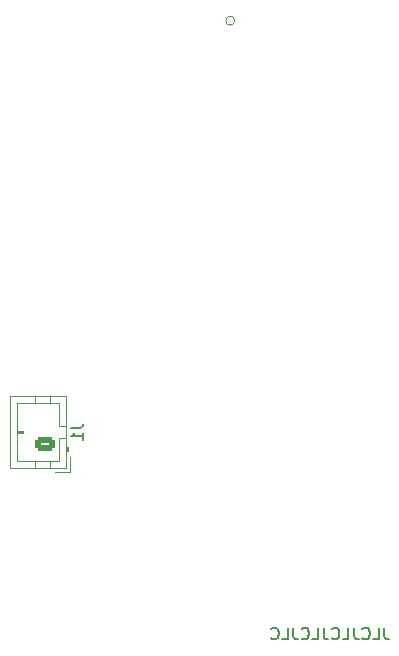
<source format=gbr>
%TF.GenerationSoftware,KiCad,Pcbnew,(7.0.0)*%
%TF.CreationDate,2023-04-01T17:00:43-05:00*%
%TF.ProjectId,pulse_ox_wearable,70756c73-655f-46f7-985f-776561726162,1*%
%TF.SameCoordinates,Original*%
%TF.FileFunction,Legend,Bot*%
%TF.FilePolarity,Positive*%
%FSLAX46Y46*%
G04 Gerber Fmt 4.6, Leading zero omitted, Abs format (unit mm)*
G04 Created by KiCad (PCBNEW (7.0.0)) date 2023-04-01 17:00:43*
%MOMM*%
%LPD*%
G01*
G04 APERTURE LIST*
G04 Aperture macros list*
%AMRoundRect*
0 Rectangle with rounded corners*
0 $1 Rounding radius*
0 $2 $3 $4 $5 $6 $7 $8 $9 X,Y pos of 4 corners*
0 Add a 4 corners polygon primitive as box body*
4,1,4,$2,$3,$4,$5,$6,$7,$8,$9,$2,$3,0*
0 Add four circle primitives for the rounded corners*
1,1,$1+$1,$2,$3*
1,1,$1+$1,$4,$5*
1,1,$1+$1,$6,$7*
1,1,$1+$1,$8,$9*
0 Add four rect primitives between the rounded corners*
20,1,$1+$1,$2,$3,$4,$5,0*
20,1,$1+$1,$4,$5,$6,$7,0*
20,1,$1+$1,$6,$7,$8,$9,0*
20,1,$1+$1,$8,$9,$2,$3,0*%
%AMHorizOval*
0 Thick line with rounded ends*
0 $1 width*
0 $2 $3 position (X,Y) of the first rounded end (center of the circle)*
0 $4 $5 position (X,Y) of the second rounded end (center of the circle)*
0 Add line between two ends*
20,1,$1,$2,$3,$4,$5,0*
0 Add two circle primitives to create the rounded ends*
1,1,$1,$2,$3*
1,1,$1,$4,$5*%
%AMRotRect*
0 Rectangle, with rotation*
0 The origin of the aperture is its center*
0 $1 length*
0 $2 width*
0 $3 Rotation angle, in degrees counterclockwise*
0 Add horizontal line*
21,1,$1,$2,0,0,$3*%
G04 Aperture macros list end*
%ADD10C,0.150000*%
%ADD11C,0.120000*%
%ADD12C,0.600000*%
%ADD13C,0.650000*%
%ADD14O,2.100000X1.000000*%
%ADD15O,1.600000X1.000000*%
%ADD16O,1.524000X1.524000*%
%ADD17RotRect,1.700000X1.700000X315.000000*%
%ADD18HorizOval,1.700000X0.000000X0.000000X0.000000X0.000000X0*%
%ADD19RoundRect,0.250000X0.625000X-0.350000X0.625000X0.350000X-0.625000X0.350000X-0.625000X-0.350000X0*%
%ADD20O,1.750000X1.200000*%
G04 APERTURE END LIST*
D10*
X99119048Y-85767380D02*
X99119048Y-86481666D01*
X99119048Y-86481666D02*
X99166667Y-86624523D01*
X99166667Y-86624523D02*
X99261905Y-86719761D01*
X99261905Y-86719761D02*
X99404762Y-86767380D01*
X99404762Y-86767380D02*
X99500000Y-86767380D01*
X98166667Y-86767380D02*
X98642857Y-86767380D01*
X98642857Y-86767380D02*
X98642857Y-85767380D01*
X97261905Y-86672142D02*
X97309524Y-86719761D01*
X97309524Y-86719761D02*
X97452381Y-86767380D01*
X97452381Y-86767380D02*
X97547619Y-86767380D01*
X97547619Y-86767380D02*
X97690476Y-86719761D01*
X97690476Y-86719761D02*
X97785714Y-86624523D01*
X97785714Y-86624523D02*
X97833333Y-86529285D01*
X97833333Y-86529285D02*
X97880952Y-86338809D01*
X97880952Y-86338809D02*
X97880952Y-86195952D01*
X97880952Y-86195952D02*
X97833333Y-86005476D01*
X97833333Y-86005476D02*
X97785714Y-85910238D01*
X97785714Y-85910238D02*
X97690476Y-85815000D01*
X97690476Y-85815000D02*
X97547619Y-85767380D01*
X97547619Y-85767380D02*
X97452381Y-85767380D01*
X97452381Y-85767380D02*
X97309524Y-85815000D01*
X97309524Y-85815000D02*
X97261905Y-85862619D01*
X96547619Y-85767380D02*
X96547619Y-86481666D01*
X96547619Y-86481666D02*
X96595238Y-86624523D01*
X96595238Y-86624523D02*
X96690476Y-86719761D01*
X96690476Y-86719761D02*
X96833333Y-86767380D01*
X96833333Y-86767380D02*
X96928571Y-86767380D01*
X95595238Y-86767380D02*
X96071428Y-86767380D01*
X96071428Y-86767380D02*
X96071428Y-85767380D01*
X94690476Y-86672142D02*
X94738095Y-86719761D01*
X94738095Y-86719761D02*
X94880952Y-86767380D01*
X94880952Y-86767380D02*
X94976190Y-86767380D01*
X94976190Y-86767380D02*
X95119047Y-86719761D01*
X95119047Y-86719761D02*
X95214285Y-86624523D01*
X95214285Y-86624523D02*
X95261904Y-86529285D01*
X95261904Y-86529285D02*
X95309523Y-86338809D01*
X95309523Y-86338809D02*
X95309523Y-86195952D01*
X95309523Y-86195952D02*
X95261904Y-86005476D01*
X95261904Y-86005476D02*
X95214285Y-85910238D01*
X95214285Y-85910238D02*
X95119047Y-85815000D01*
X95119047Y-85815000D02*
X94976190Y-85767380D01*
X94976190Y-85767380D02*
X94880952Y-85767380D01*
X94880952Y-85767380D02*
X94738095Y-85815000D01*
X94738095Y-85815000D02*
X94690476Y-85862619D01*
X93976190Y-85767380D02*
X93976190Y-86481666D01*
X93976190Y-86481666D02*
X94023809Y-86624523D01*
X94023809Y-86624523D02*
X94119047Y-86719761D01*
X94119047Y-86719761D02*
X94261904Y-86767380D01*
X94261904Y-86767380D02*
X94357142Y-86767380D01*
X93023809Y-86767380D02*
X93499999Y-86767380D01*
X93499999Y-86767380D02*
X93499999Y-85767380D01*
X92119047Y-86672142D02*
X92166666Y-86719761D01*
X92166666Y-86719761D02*
X92309523Y-86767380D01*
X92309523Y-86767380D02*
X92404761Y-86767380D01*
X92404761Y-86767380D02*
X92547618Y-86719761D01*
X92547618Y-86719761D02*
X92642856Y-86624523D01*
X92642856Y-86624523D02*
X92690475Y-86529285D01*
X92690475Y-86529285D02*
X92738094Y-86338809D01*
X92738094Y-86338809D02*
X92738094Y-86195952D01*
X92738094Y-86195952D02*
X92690475Y-86005476D01*
X92690475Y-86005476D02*
X92642856Y-85910238D01*
X92642856Y-85910238D02*
X92547618Y-85815000D01*
X92547618Y-85815000D02*
X92404761Y-85767380D01*
X92404761Y-85767380D02*
X92309523Y-85767380D01*
X92309523Y-85767380D02*
X92166666Y-85815000D01*
X92166666Y-85815000D02*
X92119047Y-85862619D01*
X91404761Y-85767380D02*
X91404761Y-86481666D01*
X91404761Y-86481666D02*
X91452380Y-86624523D01*
X91452380Y-86624523D02*
X91547618Y-86719761D01*
X91547618Y-86719761D02*
X91690475Y-86767380D01*
X91690475Y-86767380D02*
X91785713Y-86767380D01*
X90452380Y-86767380D02*
X90928570Y-86767380D01*
X90928570Y-86767380D02*
X90928570Y-85767380D01*
X89547618Y-86672142D02*
X89595237Y-86719761D01*
X89595237Y-86719761D02*
X89738094Y-86767380D01*
X89738094Y-86767380D02*
X89833332Y-86767380D01*
X89833332Y-86767380D02*
X89976189Y-86719761D01*
X89976189Y-86719761D02*
X90071427Y-86624523D01*
X90071427Y-86624523D02*
X90119046Y-86529285D01*
X90119046Y-86529285D02*
X90166665Y-86338809D01*
X90166665Y-86338809D02*
X90166665Y-86195952D01*
X90166665Y-86195952D02*
X90119046Y-86005476D01*
X90119046Y-86005476D02*
X90071427Y-85910238D01*
X90071427Y-85910238D02*
X89976189Y-85815000D01*
X89976189Y-85815000D02*
X89833332Y-85767380D01*
X89833332Y-85767380D02*
X89738094Y-85767380D01*
X89738094Y-85767380D02*
X89595237Y-85815000D01*
X89595237Y-85815000D02*
X89547618Y-85862619D01*
%TO.C,J1*%
X72617380Y-68866666D02*
X73331666Y-68866666D01*
X73331666Y-68866666D02*
X73474523Y-68819047D01*
X73474523Y-68819047D02*
X73569761Y-68723809D01*
X73569761Y-68723809D02*
X73617380Y-68580952D01*
X73617380Y-68580952D02*
X73617380Y-68485714D01*
X73617380Y-69866666D02*
X73617380Y-69295238D01*
X73617380Y-69580952D02*
X72617380Y-69580952D01*
X72617380Y-69580952D02*
X72760238Y-69485714D01*
X72760238Y-69485714D02*
X72855476Y-69390476D01*
X72855476Y-69390476D02*
X72903095Y-69295238D01*
D11*
%TO.C,U1*%
X86449901Y-34373359D02*
G75*
G03*
X86449901Y-34373359I-381000J0D01*
G01*
%TO.C,J1*%
X72460000Y-72560000D02*
X71210000Y-72560000D01*
X67440000Y-72260000D02*
X67440000Y-66140000D01*
X69550000Y-72260000D02*
X69550000Y-71650000D01*
X70850000Y-72260000D02*
X70850000Y-71650000D01*
X72160000Y-72260000D02*
X67440000Y-72260000D01*
X68050000Y-71650000D02*
X68050000Y-66750000D01*
X71550000Y-71650000D02*
X68050000Y-71650000D01*
X72460000Y-71310000D02*
X72460000Y-72560000D01*
X72360000Y-70800000D02*
X72160000Y-70800000D01*
X72160000Y-70500000D02*
X72360000Y-70500000D01*
X72260000Y-70500000D02*
X72260000Y-70800000D01*
X72360000Y-70500000D02*
X72360000Y-70800000D01*
X71550000Y-69700000D02*
X71550000Y-71650000D01*
X72160000Y-69700000D02*
X71550000Y-69700000D01*
X68050000Y-69300000D02*
X68550000Y-69300000D01*
X68550000Y-69300000D02*
X68550000Y-69100000D01*
X68050000Y-69200000D02*
X68550000Y-69200000D01*
X68550000Y-69100000D02*
X68050000Y-69100000D01*
X71550000Y-68700000D02*
X72160000Y-68700000D01*
X68050000Y-66750000D02*
X71550000Y-66750000D01*
X71550000Y-66750000D02*
X71550000Y-68700000D01*
X67440000Y-66140000D02*
X72160000Y-66140000D01*
X69550000Y-66140000D02*
X69550000Y-66750000D01*
X70850000Y-66140000D02*
X70850000Y-66750000D01*
X72160000Y-66140000D02*
X72160000Y-72260000D01*
%TD*%
%LPC*%
D12*
%TO.C,U4*%
X88050000Y-79120000D03*
X88050000Y-77620000D03*
X87550000Y-78370000D03*
X87050000Y-79120000D03*
X87050000Y-77620000D03*
%TD*%
D13*
%TO.C,J2*%
X70100000Y-54910000D03*
X70100000Y-60690000D03*
D14*
X70629999Y-53479999D03*
D15*
X66449999Y-53479999D03*
D14*
X70629999Y-62119999D03*
D15*
X66449999Y-62119999D03*
%TD*%
D16*
%TO.C,SW1*%
X93759999Y-88199999D03*
X96299999Y-88199999D03*
X98839999Y-88199999D03*
%TD*%
D17*
%TO.C,J4*%
X117280255Y-72319743D03*
D18*
X115484204Y-74115794D03*
X113688153Y-75911845D03*
X111892101Y-77707897D03*
X110096050Y-79503948D03*
X108299999Y-81299999D03*
X106503948Y-83096050D03*
X104707896Y-84892102D03*
%TD*%
D19*
%TO.C,J1*%
X70350000Y-70200000D03*
D20*
X70349999Y-68199999D03*
%TD*%
M02*

</source>
